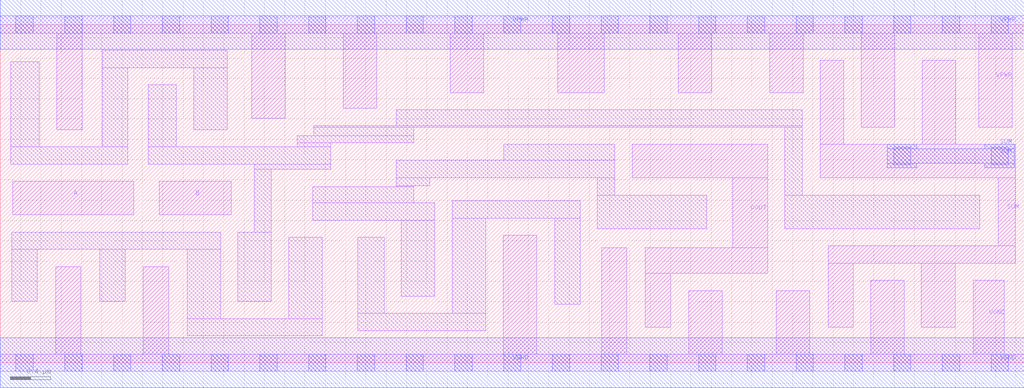
<source format=lef>
# Copyright 2020 The SkyWater PDK Authors
#
# Licensed under the Apache License, Version 2.0 (the "License");
# you may not use this file except in compliance with the License.
# You may obtain a copy of the License at
#
#     https://www.apache.org/licenses/LICENSE-2.0
#
# Unless required by applicable law or agreed to in writing, software
# distributed under the License is distributed on an "AS IS" BASIS,
# WITHOUT WARRANTIES OR CONDITIONS OF ANY KIND, either express or implied.
# See the License for the specific language governing permissions and
# limitations under the License.
#
# SPDX-License-Identifier: Apache-2.0

VERSION 5.7 ;
  NAMESCASESENSITIVE ON ;
  NOWIREEXTENSIONATPIN ON ;
  DIVIDERCHAR "/" ;
  BUSBITCHARS "[]" ;
UNITS
  DATABASE MICRONS 200 ;
END UNITS
MACRO sky130_fd_sc_ls__ha_4
  CLASS CORE ;
  SOURCE USER ;
  FOREIGN sky130_fd_sc_ls__ha_4 ;
  ORIGIN  0.000000  0.000000 ;
  SIZE  10.08000 BY  3.330000 ;
  SYMMETRY X Y ;
  SITE unit ;
  PIN A
    ANTENNAGATEAREA  0.936000 ;
    DIRECTION INPUT ;
    USE SIGNAL ;
    PORT
      LAYER li1 ;
        RECT 0.125000 1.455000 1.315000 1.785000 ;
    END
  END A
  PIN B
    ANTENNAGATEAREA  0.936000 ;
    DIRECTION INPUT ;
    USE SIGNAL ;
    PORT
      LAYER li1 ;
        RECT 1.565000 1.455000 2.275000 1.785000 ;
    END
  END B
  PIN COUT
    ANTENNADIFFAREA  1.265600 ;
    DIRECTION OUTPUT ;
    USE SIGNAL ;
    PORT
      LAYER li1 ;
        RECT 6.220000 1.820000 7.555000 2.150000 ;
        RECT 6.350000 0.350000 6.600000 0.880000 ;
        RECT 6.350000 0.880000 7.555000 1.130000 ;
        RECT 7.210000 1.130000 7.555000 1.820000 ;
    END
  END COUT
  PIN SUM
    ANTENNADIFFAREA  1.470100 ;
    DIRECTION OUTPUT ;
    USE SIGNAL ;
    PORT
      LAYER li1 ;
        RECT 8.075000 1.820000 9.995000 2.150000 ;
        RECT 8.075000 2.150000 8.305000 2.980000 ;
        RECT 8.150000 0.350000 8.400000 0.980000 ;
        RECT 8.150000 0.980000 9.995000 1.150000 ;
        RECT 9.070000 0.350000 9.400000 0.980000 ;
        RECT 9.075000 2.150000 9.405000 2.980000 ;
        RECT 9.825000 1.150000 9.995000 1.820000 ;
      LAYER mcon ;
        RECT 8.795000 1.950000 8.965000 2.120000 ;
        RECT 9.755000 1.950000 9.925000 2.120000 ;
      LAYER met1 ;
        RECT 8.735000 1.920000 9.025000 1.965000 ;
        RECT 8.735000 1.965000 9.985000 2.105000 ;
        RECT 8.735000 2.105000 9.025000 2.150000 ;
        RECT 9.695000 1.920000 9.985000 1.965000 ;
        RECT 9.695000 2.105000 9.985000 2.150000 ;
    END
  END SUM
  PIN VGND
    DIRECTION INOUT ;
    SHAPE ABUTMENT ;
    USE GROUND ;
    PORT
      LAYER li1 ;
        RECT 0.000000 -0.085000 10.080000 0.085000 ;
        RECT 0.545000  0.085000  0.795000 0.945000 ;
        RECT 1.410000  0.085000  1.660000 0.945000 ;
        RECT 4.950000  0.085000  5.280000 1.255000 ;
        RECT 5.920000  0.085000  6.170000 1.130000 ;
        RECT 6.780000  0.085000  7.110000 0.710000 ;
        RECT 7.640000  0.085000  7.970000 0.710000 ;
        RECT 8.570000  0.085000  8.900000 0.810000 ;
        RECT 9.580000  0.085000  9.885000 0.810000 ;
      LAYER mcon ;
        RECT 0.155000 -0.085000 0.325000 0.085000 ;
        RECT 0.635000 -0.085000 0.805000 0.085000 ;
        RECT 1.115000 -0.085000 1.285000 0.085000 ;
        RECT 1.595000 -0.085000 1.765000 0.085000 ;
        RECT 2.075000 -0.085000 2.245000 0.085000 ;
        RECT 2.555000 -0.085000 2.725000 0.085000 ;
        RECT 3.035000 -0.085000 3.205000 0.085000 ;
        RECT 3.515000 -0.085000 3.685000 0.085000 ;
        RECT 3.995000 -0.085000 4.165000 0.085000 ;
        RECT 4.475000 -0.085000 4.645000 0.085000 ;
        RECT 4.955000 -0.085000 5.125000 0.085000 ;
        RECT 5.435000 -0.085000 5.605000 0.085000 ;
        RECT 5.915000 -0.085000 6.085000 0.085000 ;
        RECT 6.395000 -0.085000 6.565000 0.085000 ;
        RECT 6.875000 -0.085000 7.045000 0.085000 ;
        RECT 7.355000 -0.085000 7.525000 0.085000 ;
        RECT 7.835000 -0.085000 8.005000 0.085000 ;
        RECT 8.315000 -0.085000 8.485000 0.085000 ;
        RECT 8.795000 -0.085000 8.965000 0.085000 ;
        RECT 9.275000 -0.085000 9.445000 0.085000 ;
        RECT 9.755000 -0.085000 9.925000 0.085000 ;
      LAYER met1 ;
        RECT 0.000000 -0.245000 10.080000 0.245000 ;
    END
  END VGND
  PIN VPWR
    DIRECTION INOUT ;
    SHAPE ABUTMENT ;
    USE POWER ;
    PORT
      LAYER li1 ;
        RECT 0.000000 3.245000 10.080000 3.415000 ;
        RECT 0.555000 2.295000  0.805000 3.245000 ;
        RECT 2.475000 2.405000  2.805000 3.245000 ;
        RECT 3.375000 2.505000  3.705000 3.245000 ;
        RECT 4.430000 2.660000  4.760000 3.245000 ;
        RECT 5.490000 2.660000  5.945000 3.245000 ;
        RECT 6.675000 2.660000  7.005000 3.245000 ;
        RECT 7.575000 2.660000  7.905000 3.245000 ;
        RECT 8.475000 2.320000  8.805000 3.245000 ;
        RECT 9.635000 2.320000  9.965000 3.245000 ;
      LAYER mcon ;
        RECT 0.155000 3.245000 0.325000 3.415000 ;
        RECT 0.635000 3.245000 0.805000 3.415000 ;
        RECT 1.115000 3.245000 1.285000 3.415000 ;
        RECT 1.595000 3.245000 1.765000 3.415000 ;
        RECT 2.075000 3.245000 2.245000 3.415000 ;
        RECT 2.555000 3.245000 2.725000 3.415000 ;
        RECT 3.035000 3.245000 3.205000 3.415000 ;
        RECT 3.515000 3.245000 3.685000 3.415000 ;
        RECT 3.995000 3.245000 4.165000 3.415000 ;
        RECT 4.475000 3.245000 4.645000 3.415000 ;
        RECT 4.955000 3.245000 5.125000 3.415000 ;
        RECT 5.435000 3.245000 5.605000 3.415000 ;
        RECT 5.915000 3.245000 6.085000 3.415000 ;
        RECT 6.395000 3.245000 6.565000 3.415000 ;
        RECT 6.875000 3.245000 7.045000 3.415000 ;
        RECT 7.355000 3.245000 7.525000 3.415000 ;
        RECT 7.835000 3.245000 8.005000 3.415000 ;
        RECT 8.315000 3.245000 8.485000 3.415000 ;
        RECT 8.795000 3.245000 8.965000 3.415000 ;
        RECT 9.275000 3.245000 9.445000 3.415000 ;
        RECT 9.755000 3.245000 9.925000 3.415000 ;
      LAYER met1 ;
        RECT 0.000000 3.085000 10.080000 3.575000 ;
    END
  END VPWR
  OBS
    LAYER li1 ;
      RECT 0.105000 1.955000 1.255000 2.125000 ;
      RECT 0.105000 2.125000 0.385000 2.965000 ;
      RECT 0.115000 0.605000 0.365000 1.115000 ;
      RECT 0.115000 1.115000 2.170000 1.285000 ;
      RECT 0.980000 0.605000 1.230000 1.115000 ;
      RECT 1.005000 2.125000 1.255000 2.905000 ;
      RECT 1.005000 2.905000 2.235000 3.075000 ;
      RECT 1.455000 1.955000 3.255000 2.125000 ;
      RECT 1.455000 2.125000 1.735000 2.735000 ;
      RECT 1.840000 0.265000 3.170000 0.435000 ;
      RECT 1.840000 0.435000 2.170000 1.115000 ;
      RECT 1.905000 2.295000 2.235000 2.905000 ;
      RECT 2.340000 0.605000 2.670000 1.285000 ;
      RECT 2.500000 1.285000 2.670000 1.905000 ;
      RECT 2.500000 1.905000 3.255000 1.955000 ;
      RECT 2.840000 0.435000 3.170000 1.235000 ;
      RECT 2.925000 2.125000 3.255000 2.165000 ;
      RECT 2.925000 2.165000 4.070000 2.235000 ;
      RECT 3.075000 1.405000 4.280000 1.575000 ;
      RECT 3.075000 1.575000 4.070000 1.735000 ;
      RECT 3.085000 2.235000 4.070000 2.320000 ;
      RECT 3.085000 2.320000 7.895000 2.335000 ;
      RECT 3.520000 0.315000 4.780000 0.485000 ;
      RECT 3.520000 0.485000 3.780000 1.235000 ;
      RECT 3.900000 1.735000 4.070000 1.745000 ;
      RECT 3.900000 1.745000 4.230000 1.820000 ;
      RECT 3.900000 1.820000 6.050000 1.995000 ;
      RECT 3.900000 2.335000 7.895000 2.490000 ;
      RECT 3.950000 0.655000 4.280000 1.405000 ;
      RECT 4.450000 0.485000 4.780000 1.425000 ;
      RECT 4.450000 1.425000 5.710000 1.595000 ;
      RECT 4.955000 1.995000 6.050000 2.150000 ;
      RECT 5.460000 0.575000 5.710000 1.425000 ;
      RECT 5.880000 1.320000 6.955000 1.650000 ;
      RECT 5.880000 1.650000 6.050000 1.820000 ;
      RECT 7.725000 1.320000 9.645000 1.650000 ;
      RECT 7.725000 1.650000 7.895000 2.320000 ;
  END
END sky130_fd_sc_ls__ha_4

</source>
